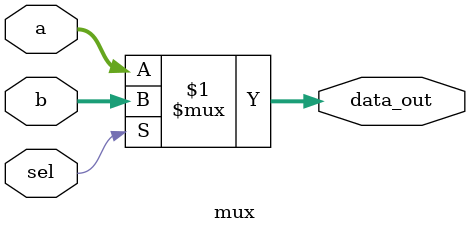
<source format=v>
`timescale 1ns / 1ps
module mux(
        input [63:0] a, input [63:0] b, input sel, output [63:0] data_out
    );
    
    assign data_out = sel ? b : a;
    
endmodule

</source>
